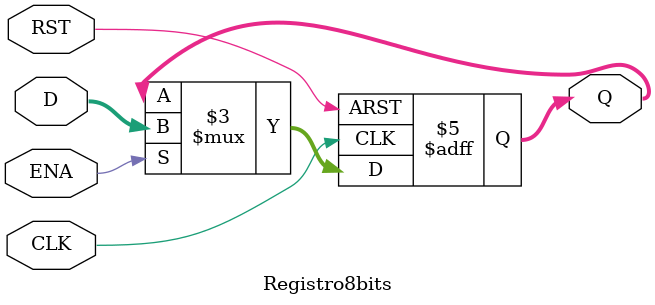
<source format=v>
`timescale 1ns / 1ps


module Registro8bits(CLK, RST, ENA,D,Q);
    input CLK, RST, ENA;
    input [7:0] D; 
    output reg [7:0] Q; 
    
always @(posedge CLK or posedge RST) 
    
    if (RST) 
        Q = 8'b0;
    else if (ENA)
        Q = D; 
    else 
        Q = Q; 
endmodule

</source>
